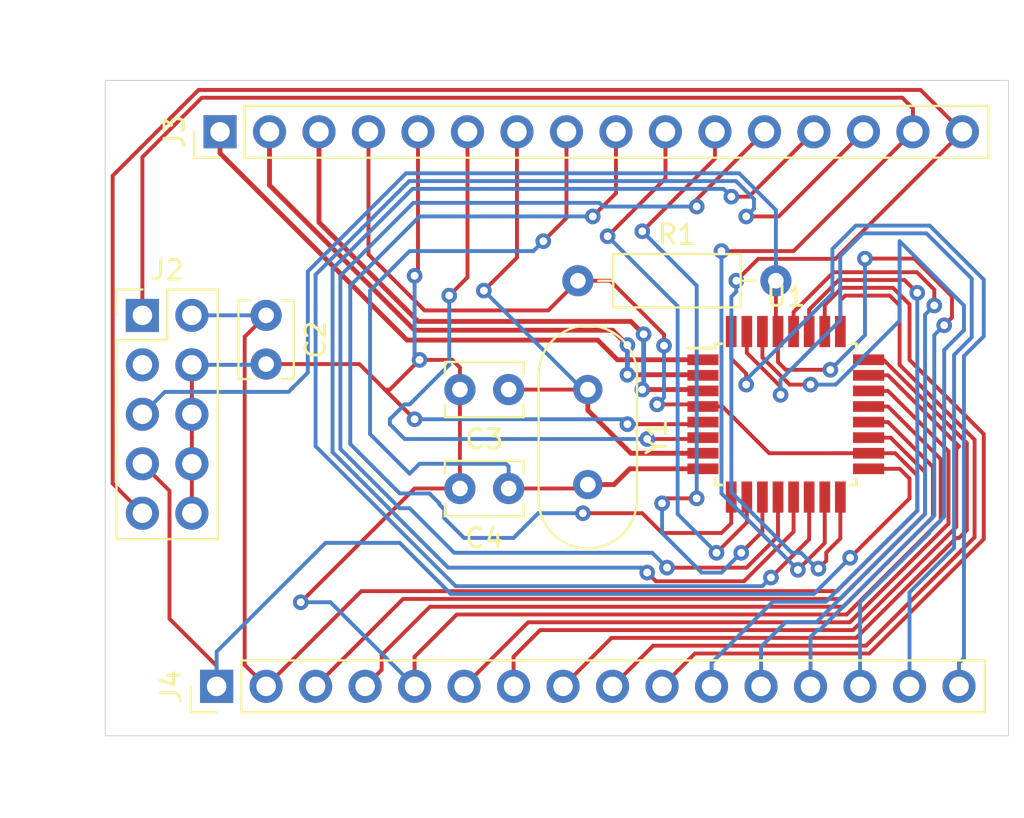
<source format=kicad_pcb>
(kicad_pcb (version 20171130) (host pcbnew 5.1.4-e60b266~84~ubuntu18.04.1)

  (general
    (thickness 1.6)
    (drawings 5)
    (tracks 438)
    (zones 0)
    (modules 9)
    (nets 32)
  )

  (page User 150.012 102.006)
  (layers
    (0 F.Cu signal)
    (31 B.Cu signal)
    (32 B.Adhes user)
    (33 F.Adhes user)
    (34 B.Paste user)
    (35 F.Paste user)
    (36 B.SilkS user)
    (37 F.SilkS user)
    (38 B.Mask user)
    (39 F.Mask user)
    (40 Dwgs.User user)
    (41 Cmts.User user)
    (42 Eco1.User user)
    (43 Eco2.User user)
    (44 Edge.Cuts user)
    (45 Margin user)
    (46 B.CrtYd user)
    (47 F.CrtYd user)
    (48 B.Fab user)
    (49 F.Fab user)
  )

  (setup
    (last_trace_width 0.2)
    (user_trace_width 0.2)
    (user_trace_width 0.4)
    (user_trace_width 0.6)
    (user_trace_width 0.8)
    (trace_clearance 0.2)
    (zone_clearance 0.508)
    (zone_45_only no)
    (trace_min 0.2)
    (via_size 0.8)
    (via_drill 0.4)
    (via_min_size 0.4)
    (via_min_drill 0.3)
    (user_via 0.6 0.55)
    (user_via 0.8 0.75)
    (uvia_size 0.3)
    (uvia_drill 0.1)
    (uvias_allowed no)
    (uvia_min_size 0.2)
    (uvia_min_drill 0.1)
    (edge_width 0.05)
    (segment_width 0.2)
    (pcb_text_width 0.3)
    (pcb_text_size 1.5 1.5)
    (mod_edge_width 0.12)
    (mod_text_size 1 1)
    (mod_text_width 0.15)
    (pad_size 1.524 1.524)
    (pad_drill 0.762)
    (pad_to_mask_clearance 0.051)
    (solder_mask_min_width 0.25)
    (aux_axis_origin 0 0)
    (visible_elements FFFFFF7F)
    (pcbplotparams
      (layerselection 0x00000_7fffffff)
      (usegerberextensions false)
      (usegerberattributes false)
      (usegerberadvancedattributes false)
      (creategerberjobfile false)
      (excludeedgelayer true)
      (linewidth 0.100000)
      (plotframeref false)
      (viasonmask false)
      (mode 1)
      (useauxorigin false)
      (hpglpennumber 1)
      (hpglpenspeed 20)
      (hpglpendiameter 15.000000)
      (psnegative false)
      (psa4output false)
      (plotreference true)
      (plotvalue true)
      (plotinvisibletext false)
      (padsonsilk false)
      (subtractmaskfromsilk false)
      (outputformat 4)
      (mirror false)
      (drillshape 2)
      (scaleselection 1)
      (outputdirectory ""))
  )

  (net 0 "")
  (net 1 VCC)
  (net 2 GND)
  (net 3 XTAL1)
  (net 4 XTAL2)
  (net 5 MOSI)
  (net 6 "Net-(J2-Pad3)")
  (net 7 RESET)
  (net 8 SCK)
  (net 9 MISO)
  (net 10 PIN1)
  (net 11 PIN2)
  (net 12 PIN3)
  (net 13 PIN6)
  (net 14 PIN9)
  (net 15 PIN10)
  (net 16 PIN11)
  (net 17 PIN12)
  (net 18 PIN13)
  (net 19 PIN14)
  (net 20 PIN32)
  (net 21 PIN31)
  (net 22 PIN30)
  (net 23 PIN28)
  (net 24 PIN27)
  (net 25 PIN26)
  (net 26 PIN25)
  (net 27 PIN24)
  (net 28 PIN23)
  (net 29 PIN22)
  (net 30 PIN20)
  (net 31 PIN19)

  (net_class Default "This is the default net class."
    (clearance 0.2)
    (trace_width 0.25)
    (via_dia 0.8)
    (via_drill 0.4)
    (uvia_dia 0.3)
    (uvia_drill 0.1)
    (add_net GND)
    (add_net MISO)
    (add_net MOSI)
    (add_net "Net-(J2-Pad3)")
    (add_net PIN1)
    (add_net PIN10)
    (add_net PIN11)
    (add_net PIN12)
    (add_net PIN13)
    (add_net PIN14)
    (add_net PIN19)
    (add_net PIN2)
    (add_net PIN20)
    (add_net PIN22)
    (add_net PIN23)
    (add_net PIN24)
    (add_net PIN25)
    (add_net PIN26)
    (add_net PIN27)
    (add_net PIN28)
    (add_net PIN3)
    (add_net PIN30)
    (add_net PIN31)
    (add_net PIN32)
    (add_net PIN6)
    (add_net PIN9)
    (add_net RESET)
    (add_net SCK)
    (add_net VCC)
    (add_net XTAL1)
    (add_net XTAL2)
  )

  (module Capacitor_THT:C_Disc_D3.8mm_W2.6mm_P2.50mm (layer F.Cu) (tedit 5AE50EF0) (tstamp 5D602EE0)
    (at 39.37 36.83 270)
    (descr "C, Disc series, Radial, pin pitch=2.50mm, , diameter*width=3.8*2.6mm^2, Capacitor, http://www.vishay.com/docs/45233/krseries.pdf")
    (tags "C Disc series Radial pin pitch 2.50mm  diameter 3.8mm width 2.6mm Capacitor")
    (path /5D58EC43)
    (fp_text reference C2 (at 1.25 -2.55 90) (layer F.SilkS)
      (effects (font (size 1 1) (thickness 0.15)))
    )
    (fp_text value 100nF (at 1.25 2.55 90) (layer F.Fab)
      (effects (font (size 1 1) (thickness 0.15)))
    )
    (fp_line (start -0.65 -1.3) (end -0.65 1.3) (layer F.Fab) (width 0.1))
    (fp_line (start -0.65 1.3) (end 3.15 1.3) (layer F.Fab) (width 0.1))
    (fp_line (start 3.15 1.3) (end 3.15 -1.3) (layer F.Fab) (width 0.1))
    (fp_line (start 3.15 -1.3) (end -0.65 -1.3) (layer F.Fab) (width 0.1))
    (fp_line (start -0.77 -1.42) (end 3.27 -1.42) (layer F.SilkS) (width 0.12))
    (fp_line (start -0.77 1.42) (end 3.27 1.42) (layer F.SilkS) (width 0.12))
    (fp_line (start -0.77 -1.42) (end -0.77 -0.795) (layer F.SilkS) (width 0.12))
    (fp_line (start -0.77 0.795) (end -0.77 1.42) (layer F.SilkS) (width 0.12))
    (fp_line (start 3.27 -1.42) (end 3.27 -0.795) (layer F.SilkS) (width 0.12))
    (fp_line (start 3.27 0.795) (end 3.27 1.42) (layer F.SilkS) (width 0.12))
    (fp_line (start -1.05 -1.55) (end -1.05 1.55) (layer F.CrtYd) (width 0.05))
    (fp_line (start -1.05 1.55) (end 3.55 1.55) (layer F.CrtYd) (width 0.05))
    (fp_line (start 3.55 1.55) (end 3.55 -1.55) (layer F.CrtYd) (width 0.05))
    (fp_line (start 3.55 -1.55) (end -1.05 -1.55) (layer F.CrtYd) (width 0.05))
    (fp_text user %R (at 1.25 0 90) (layer F.Fab)
      (effects (font (size 0.76 0.76) (thickness 0.114)))
    )
    (pad 1 thru_hole circle (at 0 0 270) (size 1.6 1.6) (drill 0.8) (layers *.Cu *.Mask)
      (net 1 VCC))
    (pad 2 thru_hole circle (at 2.5 0 270) (size 1.6 1.6) (drill 0.8) (layers *.Cu *.Mask)
      (net 2 GND))
    (model ${KISYS3DMOD}/Capacitor_THT.3dshapes/C_Disc_D3.8mm_W2.6mm_P2.50mm.wrl
      (at (xyz 0 0 0))
      (scale (xyz 1 1 1))
      (rotate (xyz 0 0 0))
    )
  )

  (module Capacitor_THT:C_Disc_D3.8mm_W2.6mm_P2.50mm (layer F.Cu) (tedit 5AE50EF0) (tstamp 5D602EF5)
    (at 51.816 40.64 180)
    (descr "C, Disc series, Radial, pin pitch=2.50mm, , diameter*width=3.8*2.6mm^2, Capacitor, http://www.vishay.com/docs/45233/krseries.pdf")
    (tags "C Disc series Radial pin pitch 2.50mm  diameter 3.8mm width 2.6mm Capacitor")
    (path /5D584701)
    (fp_text reference C3 (at 1.25 -2.55) (layer F.SilkS)
      (effects (font (size 1 1) (thickness 0.15)))
    )
    (fp_text value 22pF (at 1.25 2.55) (layer F.Fab)
      (effects (font (size 1 1) (thickness 0.15)))
    )
    (fp_line (start -0.65 -1.3) (end -0.65 1.3) (layer F.Fab) (width 0.1))
    (fp_line (start -0.65 1.3) (end 3.15 1.3) (layer F.Fab) (width 0.1))
    (fp_line (start 3.15 1.3) (end 3.15 -1.3) (layer F.Fab) (width 0.1))
    (fp_line (start 3.15 -1.3) (end -0.65 -1.3) (layer F.Fab) (width 0.1))
    (fp_line (start -0.77 -1.42) (end 3.27 -1.42) (layer F.SilkS) (width 0.12))
    (fp_line (start -0.77 1.42) (end 3.27 1.42) (layer F.SilkS) (width 0.12))
    (fp_line (start -0.77 -1.42) (end -0.77 -0.795) (layer F.SilkS) (width 0.12))
    (fp_line (start -0.77 0.795) (end -0.77 1.42) (layer F.SilkS) (width 0.12))
    (fp_line (start 3.27 -1.42) (end 3.27 -0.795) (layer F.SilkS) (width 0.12))
    (fp_line (start 3.27 0.795) (end 3.27 1.42) (layer F.SilkS) (width 0.12))
    (fp_line (start -1.05 -1.55) (end -1.05 1.55) (layer F.CrtYd) (width 0.05))
    (fp_line (start -1.05 1.55) (end 3.55 1.55) (layer F.CrtYd) (width 0.05))
    (fp_line (start 3.55 1.55) (end 3.55 -1.55) (layer F.CrtYd) (width 0.05))
    (fp_line (start 3.55 -1.55) (end -1.05 -1.55) (layer F.CrtYd) (width 0.05))
    (fp_text user %R (at 1.25 0) (layer F.Fab)
      (effects (font (size 0.76 0.76) (thickness 0.114)))
    )
    (pad 1 thru_hole circle (at 0 0 180) (size 1.6 1.6) (drill 0.8) (layers *.Cu *.Mask)
      (net 3 XTAL1))
    (pad 2 thru_hole circle (at 2.5 0 180) (size 1.6 1.6) (drill 0.8) (layers *.Cu *.Mask)
      (net 2 GND))
    (model ${KISYS3DMOD}/Capacitor_THT.3dshapes/C_Disc_D3.8mm_W2.6mm_P2.50mm.wrl
      (at (xyz 0 0 0))
      (scale (xyz 1 1 1))
      (rotate (xyz 0 0 0))
    )
  )

  (module Capacitor_THT:C_Disc_D3.8mm_W2.6mm_P2.50mm (layer F.Cu) (tedit 5AE50EF0) (tstamp 5D602F0A)
    (at 51.816 45.72 180)
    (descr "C, Disc series, Radial, pin pitch=2.50mm, , diameter*width=3.8*2.6mm^2, Capacitor, http://www.vishay.com/docs/45233/krseries.pdf")
    (tags "C Disc series Radial pin pitch 2.50mm  diameter 3.8mm width 2.6mm Capacitor")
    (path /5D5848D8)
    (fp_text reference C4 (at 1.25 -2.55) (layer F.SilkS)
      (effects (font (size 1 1) (thickness 0.15)))
    )
    (fp_text value 22pF (at 1.25 2.55) (layer F.Fab)
      (effects (font (size 1 1) (thickness 0.15)))
    )
    (fp_text user %R (at 1.25 0) (layer F.Fab)
      (effects (font (size 0.76 0.76) (thickness 0.114)))
    )
    (fp_line (start 3.55 -1.55) (end -1.05 -1.55) (layer F.CrtYd) (width 0.05))
    (fp_line (start 3.55 1.55) (end 3.55 -1.55) (layer F.CrtYd) (width 0.05))
    (fp_line (start -1.05 1.55) (end 3.55 1.55) (layer F.CrtYd) (width 0.05))
    (fp_line (start -1.05 -1.55) (end -1.05 1.55) (layer F.CrtYd) (width 0.05))
    (fp_line (start 3.27 0.795) (end 3.27 1.42) (layer F.SilkS) (width 0.12))
    (fp_line (start 3.27 -1.42) (end 3.27 -0.795) (layer F.SilkS) (width 0.12))
    (fp_line (start -0.77 0.795) (end -0.77 1.42) (layer F.SilkS) (width 0.12))
    (fp_line (start -0.77 -1.42) (end -0.77 -0.795) (layer F.SilkS) (width 0.12))
    (fp_line (start -0.77 1.42) (end 3.27 1.42) (layer F.SilkS) (width 0.12))
    (fp_line (start -0.77 -1.42) (end 3.27 -1.42) (layer F.SilkS) (width 0.12))
    (fp_line (start 3.15 -1.3) (end -0.65 -1.3) (layer F.Fab) (width 0.1))
    (fp_line (start 3.15 1.3) (end 3.15 -1.3) (layer F.Fab) (width 0.1))
    (fp_line (start -0.65 1.3) (end 3.15 1.3) (layer F.Fab) (width 0.1))
    (fp_line (start -0.65 -1.3) (end -0.65 1.3) (layer F.Fab) (width 0.1))
    (pad 2 thru_hole circle (at 2.5 0 180) (size 1.6 1.6) (drill 0.8) (layers *.Cu *.Mask)
      (net 2 GND))
    (pad 1 thru_hole circle (at 0 0 180) (size 1.6 1.6) (drill 0.8) (layers *.Cu *.Mask)
      (net 4 XTAL2))
    (model ${KISYS3DMOD}/Capacitor_THT.3dshapes/C_Disc_D3.8mm_W2.6mm_P2.50mm.wrl
      (at (xyz 0 0 0))
      (scale (xyz 1 1 1))
      (rotate (xyz 0 0 0))
    )
  )

  (module Connector_PinHeader_2.54mm:PinHeader_2x05_P2.54mm_Vertical (layer F.Cu) (tedit 59FED5CC) (tstamp 5D602F40)
    (at 33.02 36.83)
    (descr "Through hole straight pin header, 2x05, 2.54mm pitch, double rows")
    (tags "Through hole pin header THT 2x05 2.54mm double row")
    (path /5D5B070D)
    (fp_text reference J2 (at 1.27 -2.33) (layer F.SilkS)
      (effects (font (size 1 1) (thickness 0.15)))
    )
    (fp_text value Conn_02x05_Odd_Even (at 1.27 12.49) (layer F.Fab)
      (effects (font (size 1 1) (thickness 0.15)))
    )
    (fp_line (start 0 -1.27) (end 3.81 -1.27) (layer F.Fab) (width 0.1))
    (fp_line (start 3.81 -1.27) (end 3.81 11.43) (layer F.Fab) (width 0.1))
    (fp_line (start 3.81 11.43) (end -1.27 11.43) (layer F.Fab) (width 0.1))
    (fp_line (start -1.27 11.43) (end -1.27 0) (layer F.Fab) (width 0.1))
    (fp_line (start -1.27 0) (end 0 -1.27) (layer F.Fab) (width 0.1))
    (fp_line (start -1.33 11.49) (end 3.87 11.49) (layer F.SilkS) (width 0.12))
    (fp_line (start -1.33 1.27) (end -1.33 11.49) (layer F.SilkS) (width 0.12))
    (fp_line (start 3.87 -1.33) (end 3.87 11.49) (layer F.SilkS) (width 0.12))
    (fp_line (start -1.33 1.27) (end 1.27 1.27) (layer F.SilkS) (width 0.12))
    (fp_line (start 1.27 1.27) (end 1.27 -1.33) (layer F.SilkS) (width 0.12))
    (fp_line (start 1.27 -1.33) (end 3.87 -1.33) (layer F.SilkS) (width 0.12))
    (fp_line (start -1.33 0) (end -1.33 -1.33) (layer F.SilkS) (width 0.12))
    (fp_line (start -1.33 -1.33) (end 0 -1.33) (layer F.SilkS) (width 0.12))
    (fp_line (start -1.8 -1.8) (end -1.8 11.95) (layer F.CrtYd) (width 0.05))
    (fp_line (start -1.8 11.95) (end 4.35 11.95) (layer F.CrtYd) (width 0.05))
    (fp_line (start 4.35 11.95) (end 4.35 -1.8) (layer F.CrtYd) (width 0.05))
    (fp_line (start 4.35 -1.8) (end -1.8 -1.8) (layer F.CrtYd) (width 0.05))
    (fp_text user %R (at 1.27 5.08 90) (layer F.Fab)
      (effects (font (size 1 1) (thickness 0.15)))
    )
    (pad 1 thru_hole rect (at 0 0) (size 1.7 1.7) (drill 1) (layers *.Cu *.Mask)
      (net 5 MOSI))
    (pad 2 thru_hole oval (at 2.54 0) (size 1.7 1.7) (drill 1) (layers *.Cu *.Mask)
      (net 1 VCC))
    (pad 3 thru_hole oval (at 0 2.54) (size 1.7 1.7) (drill 1) (layers *.Cu *.Mask)
      (net 6 "Net-(J2-Pad3)"))
    (pad 4 thru_hole oval (at 2.54 2.54) (size 1.7 1.7) (drill 1) (layers *.Cu *.Mask)
      (net 2 GND))
    (pad 5 thru_hole oval (at 0 5.08) (size 1.7 1.7) (drill 1) (layers *.Cu *.Mask)
      (net 7 RESET))
    (pad 6 thru_hole oval (at 2.54 5.08) (size 1.7 1.7) (drill 1) (layers *.Cu *.Mask)
      (net 2 GND))
    (pad 7 thru_hole oval (at 0 7.62) (size 1.7 1.7) (drill 1) (layers *.Cu *.Mask)
      (net 8 SCK))
    (pad 8 thru_hole oval (at 2.54 7.62) (size 1.7 1.7) (drill 1) (layers *.Cu *.Mask)
      (net 2 GND))
    (pad 9 thru_hole oval (at 0 10.16) (size 1.7 1.7) (drill 1) (layers *.Cu *.Mask)
      (net 9 MISO))
    (pad 10 thru_hole oval (at 2.54 10.16) (size 1.7 1.7) (drill 1) (layers *.Cu *.Mask)
      (net 2 GND))
    (model ${KISYS3DMOD}/Connector_PinHeader_2.54mm.3dshapes/PinHeader_2x05_P2.54mm_Vertical.wrl
      (at (xyz 0 0 0))
      (scale (xyz 1 1 1))
      (rotate (xyz 0 0 0))
    )
  )

  (module Connector_PinHeader_2.54mm:PinHeader_1x16_P2.54mm_Vertical (layer F.Cu) (tedit 59FED5CC) (tstamp 5D6032FC)
    (at 37.004001 27.402801 90)
    (descr "Through hole straight pin header, 1x16, 2.54mm pitch, single row")
    (tags "Through hole pin header THT 1x16 2.54mm single row")
    (path /5D60066D)
    (fp_text reference J3 (at 0 -2.33 90) (layer F.SilkS)
      (effects (font (size 1 1) (thickness 0.15)))
    )
    (fp_text value Conn_01x16_Male (at 0 40.43 90) (layer F.Fab)
      (effects (font (size 1 1) (thickness 0.15)))
    )
    (fp_line (start -0.635 -1.27) (end 1.27 -1.27) (layer F.Fab) (width 0.1))
    (fp_line (start 1.27 -1.27) (end 1.27 39.37) (layer F.Fab) (width 0.1))
    (fp_line (start 1.27 39.37) (end -1.27 39.37) (layer F.Fab) (width 0.1))
    (fp_line (start -1.27 39.37) (end -1.27 -0.635) (layer F.Fab) (width 0.1))
    (fp_line (start -1.27 -0.635) (end -0.635 -1.27) (layer F.Fab) (width 0.1))
    (fp_line (start -1.33 39.43) (end 1.33 39.43) (layer F.SilkS) (width 0.12))
    (fp_line (start -1.33 1.27) (end -1.33 39.43) (layer F.SilkS) (width 0.12))
    (fp_line (start 1.33 1.27) (end 1.33 39.43) (layer F.SilkS) (width 0.12))
    (fp_line (start -1.33 1.27) (end 1.33 1.27) (layer F.SilkS) (width 0.12))
    (fp_line (start -1.33 0) (end -1.33 -1.33) (layer F.SilkS) (width 0.12))
    (fp_line (start -1.33 -1.33) (end 0 -1.33) (layer F.SilkS) (width 0.12))
    (fp_line (start -1.8 -1.8) (end -1.8 39.9) (layer F.CrtYd) (width 0.05))
    (fp_line (start -1.8 39.9) (end 1.8 39.9) (layer F.CrtYd) (width 0.05))
    (fp_line (start 1.8 39.9) (end 1.8 -1.8) (layer F.CrtYd) (width 0.05))
    (fp_line (start 1.8 -1.8) (end -1.8 -1.8) (layer F.CrtYd) (width 0.05))
    (fp_text user %R (at 0 19.05) (layer F.Fab)
      (effects (font (size 1 1) (thickness 0.15)))
    )
    (pad 1 thru_hole rect (at 0 0 90) (size 1.7 1.7) (drill 1) (layers *.Cu *.Mask)
      (net 10 PIN1))
    (pad 2 thru_hole oval (at 0 2.54 90) (size 1.7 1.7) (drill 1) (layers *.Cu *.Mask)
      (net 11 PIN2))
    (pad 3 thru_hole oval (at 0 5.08 90) (size 1.7 1.7) (drill 1) (layers *.Cu *.Mask)
      (net 12 PIN3))
    (pad 4 thru_hole oval (at 0 7.62 90) (size 1.7 1.7) (drill 1) (layers *.Cu *.Mask)
      (net 1 VCC))
    (pad 5 thru_hole oval (at 0 10.16 90) (size 1.7 1.7) (drill 1) (layers *.Cu *.Mask)
      (net 2 GND))
    (pad 6 thru_hole oval (at 0 12.7 90) (size 1.7 1.7) (drill 1) (layers *.Cu *.Mask)
      (net 13 PIN6))
    (pad 7 thru_hole oval (at 0 15.24 90) (size 1.7 1.7) (drill 1) (layers *.Cu *.Mask)
      (net 3 XTAL1))
    (pad 8 thru_hole oval (at 0 17.78 90) (size 1.7 1.7) (drill 1) (layers *.Cu *.Mask)
      (net 4 XTAL2))
    (pad 9 thru_hole oval (at 0 20.32 90) (size 1.7 1.7) (drill 1) (layers *.Cu *.Mask)
      (net 14 PIN9))
    (pad 10 thru_hole oval (at 0 22.86 90) (size 1.7 1.7) (drill 1) (layers *.Cu *.Mask)
      (net 15 PIN10))
    (pad 11 thru_hole oval (at 0 25.4 90) (size 1.7 1.7) (drill 1) (layers *.Cu *.Mask)
      (net 16 PIN11))
    (pad 12 thru_hole oval (at 0 27.94 90) (size 1.7 1.7) (drill 1) (layers *.Cu *.Mask)
      (net 17 PIN12))
    (pad 13 thru_hole oval (at 0 30.48 90) (size 1.7 1.7) (drill 1) (layers *.Cu *.Mask)
      (net 18 PIN13))
    (pad 14 thru_hole oval (at 0 33.02 90) (size 1.7 1.7) (drill 1) (layers *.Cu *.Mask)
      (net 19 PIN14))
    (pad 15 thru_hole oval (at 0 35.56 90) (size 1.7 1.7) (drill 1) (layers *.Cu *.Mask)
      (net 5 MOSI))
    (pad 16 thru_hole oval (at 0 38.1 90) (size 1.7 1.7) (drill 1) (layers *.Cu *.Mask)
      (net 9 MISO))
    (model ${KISYS3DMOD}/Connector_PinHeader_2.54mm.3dshapes/PinHeader_1x16_P2.54mm_Vertical.wrl
      (at (xyz 0 0 0))
      (scale (xyz 1 1 1))
      (rotate (xyz 0 0 0))
    )
  )

  (module Connector_PinHeader_2.54mm:PinHeader_1x16_P2.54mm_Vertical (layer F.Cu) (tedit 59FED5CC) (tstamp 5D602F88)
    (at 36.83 55.88 90)
    (descr "Through hole straight pin header, 1x16, 2.54mm pitch, single row")
    (tags "Through hole pin header THT 1x16 2.54mm single row")
    (path /5D604C09)
    (fp_text reference J4 (at 0 -2.33 90) (layer F.SilkS)
      (effects (font (size 1 1) (thickness 0.15)))
    )
    (fp_text value Conn_01x16_Male (at 0 40.43 90) (layer F.Fab)
      (effects (font (size 1 1) (thickness 0.15)))
    )
    (fp_text user %R (at 0 19.05) (layer F.Fab)
      (effects (font (size 1 1) (thickness 0.15)))
    )
    (fp_line (start 1.8 -1.8) (end -1.8 -1.8) (layer F.CrtYd) (width 0.05))
    (fp_line (start 1.8 39.9) (end 1.8 -1.8) (layer F.CrtYd) (width 0.05))
    (fp_line (start -1.8 39.9) (end 1.8 39.9) (layer F.CrtYd) (width 0.05))
    (fp_line (start -1.8 -1.8) (end -1.8 39.9) (layer F.CrtYd) (width 0.05))
    (fp_line (start -1.33 -1.33) (end 0 -1.33) (layer F.SilkS) (width 0.12))
    (fp_line (start -1.33 0) (end -1.33 -1.33) (layer F.SilkS) (width 0.12))
    (fp_line (start -1.33 1.27) (end 1.33 1.27) (layer F.SilkS) (width 0.12))
    (fp_line (start 1.33 1.27) (end 1.33 39.43) (layer F.SilkS) (width 0.12))
    (fp_line (start -1.33 1.27) (end -1.33 39.43) (layer F.SilkS) (width 0.12))
    (fp_line (start -1.33 39.43) (end 1.33 39.43) (layer F.SilkS) (width 0.12))
    (fp_line (start -1.27 -0.635) (end -0.635 -1.27) (layer F.Fab) (width 0.1))
    (fp_line (start -1.27 39.37) (end -1.27 -0.635) (layer F.Fab) (width 0.1))
    (fp_line (start 1.27 39.37) (end -1.27 39.37) (layer F.Fab) (width 0.1))
    (fp_line (start 1.27 -1.27) (end 1.27 39.37) (layer F.Fab) (width 0.1))
    (fp_line (start -0.635 -1.27) (end 1.27 -1.27) (layer F.Fab) (width 0.1))
    (pad 16 thru_hole oval (at 0 38.1 90) (size 1.7 1.7) (drill 1) (layers *.Cu *.Mask)
      (net 20 PIN32))
    (pad 15 thru_hole oval (at 0 35.56 90) (size 1.7 1.7) (drill 1) (layers *.Cu *.Mask)
      (net 21 PIN31))
    (pad 14 thru_hole oval (at 0 33.02 90) (size 1.7 1.7) (drill 1) (layers *.Cu *.Mask)
      (net 22 PIN30))
    (pad 13 thru_hole oval (at 0 30.48 90) (size 1.7 1.7) (drill 1) (layers *.Cu *.Mask)
      (net 7 RESET))
    (pad 12 thru_hole oval (at 0 27.94 90) (size 1.7 1.7) (drill 1) (layers *.Cu *.Mask)
      (net 23 PIN28))
    (pad 11 thru_hole oval (at 0 25.4 90) (size 1.7 1.7) (drill 1) (layers *.Cu *.Mask)
      (net 24 PIN27))
    (pad 10 thru_hole oval (at 0 22.86 90) (size 1.7 1.7) (drill 1) (layers *.Cu *.Mask)
      (net 25 PIN26))
    (pad 9 thru_hole oval (at 0 20.32 90) (size 1.7 1.7) (drill 1) (layers *.Cu *.Mask)
      (net 26 PIN25))
    (pad 8 thru_hole oval (at 0 17.78 90) (size 1.7 1.7) (drill 1) (layers *.Cu *.Mask)
      (net 27 PIN24))
    (pad 7 thru_hole oval (at 0 15.24 90) (size 1.7 1.7) (drill 1) (layers *.Cu *.Mask)
      (net 28 PIN23))
    (pad 6 thru_hole oval (at 0 12.7 90) (size 1.7 1.7) (drill 1) (layers *.Cu *.Mask)
      (net 29 PIN22))
    (pad 5 thru_hole oval (at 0 10.16 90) (size 1.7 1.7) (drill 1) (layers *.Cu *.Mask)
      (net 2 GND))
    (pad 4 thru_hole oval (at 0 7.62 90) (size 1.7 1.7) (drill 1) (layers *.Cu *.Mask)
      (net 30 PIN20))
    (pad 3 thru_hole oval (at 0 5.08 90) (size 1.7 1.7) (drill 1) (layers *.Cu *.Mask)
      (net 31 PIN19))
    (pad 2 thru_hole oval (at 0 2.54 90) (size 1.7 1.7) (drill 1) (layers *.Cu *.Mask)
      (net 1 VCC))
    (pad 1 thru_hole rect (at 0 0 90) (size 1.7 1.7) (drill 1) (layers *.Cu *.Mask)
      (net 8 SCK))
    (model ${KISYS3DMOD}/Connector_PinHeader_2.54mm.3dshapes/PinHeader_1x16_P2.54mm_Vertical.wrl
      (at (xyz 0 0 0))
      (scale (xyz 1 1 1))
      (rotate (xyz 0 0 0))
    )
  )

  (module Resistor_THT:R_Axial_DIN0207_L6.3mm_D2.5mm_P10.16mm_Horizontal (layer F.Cu) (tedit 5AE5139B) (tstamp 5D602F9F)
    (at 55.372 35.052)
    (descr "Resistor, Axial_DIN0207 series, Axial, Horizontal, pin pitch=10.16mm, 0.25W = 1/4W, length*diameter=6.3*2.5mm^2, http://cdn-reichelt.de/documents/datenblatt/B400/1_4W%23YAG.pdf")
    (tags "Resistor Axial_DIN0207 series Axial Horizontal pin pitch 10.16mm 0.25W = 1/4W length 6.3mm diameter 2.5mm")
    (path /5D588FD5)
    (fp_text reference R1 (at 5.08 -2.37) (layer F.SilkS)
      (effects (font (size 1 1) (thickness 0.15)))
    )
    (fp_text value 10K (at 5.08 2.37) (layer F.Fab)
      (effects (font (size 1 1) (thickness 0.15)))
    )
    (fp_line (start 1.93 -1.25) (end 1.93 1.25) (layer F.Fab) (width 0.1))
    (fp_line (start 1.93 1.25) (end 8.23 1.25) (layer F.Fab) (width 0.1))
    (fp_line (start 8.23 1.25) (end 8.23 -1.25) (layer F.Fab) (width 0.1))
    (fp_line (start 8.23 -1.25) (end 1.93 -1.25) (layer F.Fab) (width 0.1))
    (fp_line (start 0 0) (end 1.93 0) (layer F.Fab) (width 0.1))
    (fp_line (start 10.16 0) (end 8.23 0) (layer F.Fab) (width 0.1))
    (fp_line (start 1.81 -1.37) (end 1.81 1.37) (layer F.SilkS) (width 0.12))
    (fp_line (start 1.81 1.37) (end 8.35 1.37) (layer F.SilkS) (width 0.12))
    (fp_line (start 8.35 1.37) (end 8.35 -1.37) (layer F.SilkS) (width 0.12))
    (fp_line (start 8.35 -1.37) (end 1.81 -1.37) (layer F.SilkS) (width 0.12))
    (fp_line (start 1.04 0) (end 1.81 0) (layer F.SilkS) (width 0.12))
    (fp_line (start 9.12 0) (end 8.35 0) (layer F.SilkS) (width 0.12))
    (fp_line (start -1.05 -1.5) (end -1.05 1.5) (layer F.CrtYd) (width 0.05))
    (fp_line (start -1.05 1.5) (end 11.21 1.5) (layer F.CrtYd) (width 0.05))
    (fp_line (start 11.21 1.5) (end 11.21 -1.5) (layer F.CrtYd) (width 0.05))
    (fp_line (start 11.21 -1.5) (end -1.05 -1.5) (layer F.CrtYd) (width 0.05))
    (fp_text user %R (at 5.08 0) (layer F.Fab)
      (effects (font (size 1 1) (thickness 0.15)))
    )
    (pad 1 thru_hole circle (at 0 0) (size 1.6 1.6) (drill 0.8) (layers *.Cu *.Mask)
      (net 1 VCC))
    (pad 2 thru_hole oval (at 10.16 0) (size 1.6 1.6) (drill 0.8) (layers *.Cu *.Mask)
      (net 7 RESET))
    (model ${KISYS3DMOD}/Resistor_THT.3dshapes/R_Axial_DIN0207_L6.3mm_D2.5mm_P10.16mm_Horizontal.wrl
      (at (xyz 0 0 0))
      (scale (xyz 1 1 1))
      (rotate (xyz 0 0 0))
    )
  )

  (module Package_QFP:TQFP-32_7x7mm_P0.8mm (layer F.Cu) (tedit 5A02F146) (tstamp 5D602FD6)
    (at 66.04 41.91)
    (descr "32-Lead Plastic Thin Quad Flatpack (PT) - 7x7x1.0 mm Body, 2.00 mm [TQFP] (see Microchip Packaging Specification 00000049BS.pdf)")
    (tags "QFP 0.8")
    (path /5D579FFC)
    (attr smd)
    (fp_text reference U1 (at 0 -6.05) (layer F.SilkS)
      (effects (font (size 1 1) (thickness 0.15)))
    )
    (fp_text value ATmega328PB-AU (at 0 6.05) (layer F.Fab)
      (effects (font (size 1 1) (thickness 0.15)))
    )
    (fp_text user %R (at 0 0) (layer F.Fab)
      (effects (font (size 1 1) (thickness 0.15)))
    )
    (fp_line (start -2.5 -3.5) (end 3.5 -3.5) (layer F.Fab) (width 0.15))
    (fp_line (start 3.5 -3.5) (end 3.5 3.5) (layer F.Fab) (width 0.15))
    (fp_line (start 3.5 3.5) (end -3.5 3.5) (layer F.Fab) (width 0.15))
    (fp_line (start -3.5 3.5) (end -3.5 -2.5) (layer F.Fab) (width 0.15))
    (fp_line (start -3.5 -2.5) (end -2.5 -3.5) (layer F.Fab) (width 0.15))
    (fp_line (start -5.3 -5.3) (end -5.3 5.3) (layer F.CrtYd) (width 0.05))
    (fp_line (start 5.3 -5.3) (end 5.3 5.3) (layer F.CrtYd) (width 0.05))
    (fp_line (start -5.3 -5.3) (end 5.3 -5.3) (layer F.CrtYd) (width 0.05))
    (fp_line (start -5.3 5.3) (end 5.3 5.3) (layer F.CrtYd) (width 0.05))
    (fp_line (start -3.625 -3.625) (end -3.625 -3.4) (layer F.SilkS) (width 0.15))
    (fp_line (start 3.625 -3.625) (end 3.625 -3.3) (layer F.SilkS) (width 0.15))
    (fp_line (start 3.625 3.625) (end 3.625 3.3) (layer F.SilkS) (width 0.15))
    (fp_line (start -3.625 3.625) (end -3.625 3.3) (layer F.SilkS) (width 0.15))
    (fp_line (start -3.625 -3.625) (end -3.3 -3.625) (layer F.SilkS) (width 0.15))
    (fp_line (start -3.625 3.625) (end -3.3 3.625) (layer F.SilkS) (width 0.15))
    (fp_line (start 3.625 3.625) (end 3.3 3.625) (layer F.SilkS) (width 0.15))
    (fp_line (start 3.625 -3.625) (end 3.3 -3.625) (layer F.SilkS) (width 0.15))
    (fp_line (start -3.625 -3.4) (end -5.05 -3.4) (layer F.SilkS) (width 0.15))
    (pad 1 smd rect (at -4.25 -2.8) (size 1.6 0.55) (layers F.Cu F.Paste F.Mask)
      (net 10 PIN1))
    (pad 2 smd rect (at -4.25 -2) (size 1.6 0.55) (layers F.Cu F.Paste F.Mask)
      (net 11 PIN2))
    (pad 3 smd rect (at -4.25 -1.2) (size 1.6 0.55) (layers F.Cu F.Paste F.Mask)
      (net 12 PIN3))
    (pad 4 smd rect (at -4.25 -0.4) (size 1.6 0.55) (layers F.Cu F.Paste F.Mask)
      (net 1 VCC))
    (pad 5 smd rect (at -4.25 0.4) (size 1.6 0.55) (layers F.Cu F.Paste F.Mask)
      (net 2 GND))
    (pad 6 smd rect (at -4.25 1.2) (size 1.6 0.55) (layers F.Cu F.Paste F.Mask)
      (net 13 PIN6))
    (pad 7 smd rect (at -4.25 2) (size 1.6 0.55) (layers F.Cu F.Paste F.Mask)
      (net 3 XTAL1))
    (pad 8 smd rect (at -4.25 2.8) (size 1.6 0.55) (layers F.Cu F.Paste F.Mask)
      (net 4 XTAL2))
    (pad 9 smd rect (at -2.8 4.25 90) (size 1.6 0.55) (layers F.Cu F.Paste F.Mask)
      (net 14 PIN9))
    (pad 10 smd rect (at -2 4.25 90) (size 1.6 0.55) (layers F.Cu F.Paste F.Mask)
      (net 15 PIN10))
    (pad 11 smd rect (at -1.2 4.25 90) (size 1.6 0.55) (layers F.Cu F.Paste F.Mask)
      (net 16 PIN11))
    (pad 12 smd rect (at -0.4 4.25 90) (size 1.6 0.55) (layers F.Cu F.Paste F.Mask)
      (net 17 PIN12))
    (pad 13 smd rect (at 0.4 4.25 90) (size 1.6 0.55) (layers F.Cu F.Paste F.Mask)
      (net 18 PIN13))
    (pad 14 smd rect (at 1.2 4.25 90) (size 1.6 0.55) (layers F.Cu F.Paste F.Mask)
      (net 19 PIN14))
    (pad 15 smd rect (at 2 4.25 90) (size 1.6 0.55) (layers F.Cu F.Paste F.Mask)
      (net 5 MOSI))
    (pad 16 smd rect (at 2.8 4.25 90) (size 1.6 0.55) (layers F.Cu F.Paste F.Mask)
      (net 9 MISO))
    (pad 17 smd rect (at 4.25 2.8) (size 1.6 0.55) (layers F.Cu F.Paste F.Mask)
      (net 8 SCK))
    (pad 18 smd rect (at 4.25 2) (size 1.6 0.55) (layers F.Cu F.Paste F.Mask)
      (net 1 VCC))
    (pad 19 smd rect (at 4.25 1.2) (size 1.6 0.55) (layers F.Cu F.Paste F.Mask)
      (net 31 PIN19))
    (pad 20 smd rect (at 4.25 0.4) (size 1.6 0.55) (layers F.Cu F.Paste F.Mask)
      (net 30 PIN20))
    (pad 21 smd rect (at 4.25 -0.4) (size 1.6 0.55) (layers F.Cu F.Paste F.Mask)
      (net 2 GND))
    (pad 22 smd rect (at 4.25 -1.2) (size 1.6 0.55) (layers F.Cu F.Paste F.Mask)
      (net 29 PIN22))
    (pad 23 smd rect (at 4.25 -2) (size 1.6 0.55) (layers F.Cu F.Paste F.Mask)
      (net 28 PIN23))
    (pad 24 smd rect (at 4.25 -2.8) (size 1.6 0.55) (layers F.Cu F.Paste F.Mask)
      (net 27 PIN24))
    (pad 25 smd rect (at 2.8 -4.25 90) (size 1.6 0.55) (layers F.Cu F.Paste F.Mask)
      (net 26 PIN25))
    (pad 26 smd rect (at 2 -4.25 90) (size 1.6 0.55) (layers F.Cu F.Paste F.Mask)
      (net 25 PIN26))
    (pad 27 smd rect (at 1.2 -4.25 90) (size 1.6 0.55) (layers F.Cu F.Paste F.Mask)
      (net 24 PIN27))
    (pad 28 smd rect (at 0.4 -4.25 90) (size 1.6 0.55) (layers F.Cu F.Paste F.Mask)
      (net 23 PIN28))
    (pad 29 smd rect (at -0.4 -4.25 90) (size 1.6 0.55) (layers F.Cu F.Paste F.Mask)
      (net 7 RESET))
    (pad 30 smd rect (at -1.2 -4.25 90) (size 1.6 0.55) (layers F.Cu F.Paste F.Mask)
      (net 22 PIN30))
    (pad 31 smd rect (at -2 -4.25 90) (size 1.6 0.55) (layers F.Cu F.Paste F.Mask)
      (net 21 PIN31))
    (pad 32 smd rect (at -2.8 -4.25 90) (size 1.6 0.55) (layers F.Cu F.Paste F.Mask)
      (net 20 PIN32))
    (model ${KISYS3DMOD}/Package_QFP.3dshapes/TQFP-32_7x7mm_P0.8mm.wrl
      (at (xyz 0 0 0))
      (scale (xyz 1 1 1))
      (rotate (xyz 0 0 0))
    )
  )

  (module Crystal:Crystal_HC49-4H_Vertical (layer F.Cu) (tedit 5A1AD3B7) (tstamp 5D602FED)
    (at 55.88 40.64 270)
    (descr "Crystal THT HC-49-4H http://5hertz.com/pdfs/04404_D.pdf")
    (tags "THT crystalHC-49-4H")
    (path /5D5836B2)
    (fp_text reference Y1 (at 2.44 -3.525 90) (layer F.SilkS)
      (effects (font (size 1 1) (thickness 0.15)))
    )
    (fp_text value 16MHz (at 2.44 3.525 90) (layer F.Fab)
      (effects (font (size 1 1) (thickness 0.15)))
    )
    (fp_text user %R (at 2.44 0 90) (layer F.Fab)
      (effects (font (size 1 1) (thickness 0.15)))
    )
    (fp_line (start -0.76 -2.325) (end 5.64 -2.325) (layer F.Fab) (width 0.1))
    (fp_line (start -0.76 2.325) (end 5.64 2.325) (layer F.Fab) (width 0.1))
    (fp_line (start -0.56 -2) (end 5.44 -2) (layer F.Fab) (width 0.1))
    (fp_line (start -0.56 2) (end 5.44 2) (layer F.Fab) (width 0.1))
    (fp_line (start -0.76 -2.525) (end 5.64 -2.525) (layer F.SilkS) (width 0.12))
    (fp_line (start -0.76 2.525) (end 5.64 2.525) (layer F.SilkS) (width 0.12))
    (fp_line (start -3.6 -2.8) (end -3.6 2.8) (layer F.CrtYd) (width 0.05))
    (fp_line (start -3.6 2.8) (end 8.5 2.8) (layer F.CrtYd) (width 0.05))
    (fp_line (start 8.5 2.8) (end 8.5 -2.8) (layer F.CrtYd) (width 0.05))
    (fp_line (start 8.5 -2.8) (end -3.6 -2.8) (layer F.CrtYd) (width 0.05))
    (fp_arc (start -0.76 0) (end -0.76 -2.325) (angle -180) (layer F.Fab) (width 0.1))
    (fp_arc (start 5.64 0) (end 5.64 -2.325) (angle 180) (layer F.Fab) (width 0.1))
    (fp_arc (start -0.56 0) (end -0.56 -2) (angle -180) (layer F.Fab) (width 0.1))
    (fp_arc (start 5.44 0) (end 5.44 -2) (angle 180) (layer F.Fab) (width 0.1))
    (fp_arc (start -0.76 0) (end -0.76 -2.525) (angle -180) (layer F.SilkS) (width 0.12))
    (fp_arc (start 5.64 0) (end 5.64 -2.525) (angle 180) (layer F.SilkS) (width 0.12))
    (pad 1 thru_hole circle (at 0 0 270) (size 1.5 1.5) (drill 0.8) (layers *.Cu *.Mask)
      (net 3 XTAL1))
    (pad 2 thru_hole circle (at 4.88 0 270) (size 1.5 1.5) (drill 0.8) (layers *.Cu *.Mask)
      (net 4 XTAL2))
    (model ${KISYS3DMOD}/Crystal.3dshapes/Crystal_HC49-4H_Vertical.wrl
      (at (xyz 0 0 0))
      (scale (xyz 1 1 1))
      (rotate (xyz 0 0 0))
    )
  )

  (gr_line (start 31.115 58.42) (end 77.47 58.42) (layer Edge.Cuts) (width 0.05) (tstamp 5D60422F))
  (gr_line (start 31.115 52.705) (end 31.115 58.42) (layer Edge.Cuts) (width 0.05))
  (gr_line (start 31.115 24.765) (end 31.115 52.705) (layer Edge.Cuts) (width 0.05))
  (gr_line (start 77.47 24.765) (end 31.115 24.765) (layer Edge.Cuts) (width 0.05))
  (gr_line (start 77.47 58.42) (end 77.47 24.765) (layer Edge.Cuts) (width 0.05))

  (segment (start 44.624001 27.402801) (end 44.624001 33.702001) (width 0.2) (layer F.Cu) (net 1))
  (segment (start 44.624001 33.702001) (end 47.498 36.576) (width 0.2) (layer F.Cu) (net 1))
  (segment (start 53.848 36.576) (end 55.372 35.052) (width 0.2) (layer F.Cu) (net 1))
  (segment (start 47.498 36.576) (end 53.848 36.576) (width 0.2) (layer F.Cu) (net 1))
  (segment (start 59.789963 37.809209) (end 59.789963 38.385) (width 0.2) (layer F.Cu) (net 1))
  (via (at 59.789963 38.385) (size 0.8) (drill 0.4) (layers F.Cu B.Cu) (net 1))
  (segment (start 55.372 35.052) (end 57.032754 35.052) (width 0.2) (layer F.Cu) (net 1))
  (segment (start 57.032754 35.052) (end 59.789963 37.809209) (width 0.2) (layer F.Cu) (net 1))
  (via (at 59.436 41.402) (size 0.8) (drill 0.4) (layers F.Cu B.Cu) (net 1))
  (segment (start 59.789963 38.385) (end 59.789963 41.048037) (width 0.2) (layer B.Cu) (net 1))
  (segment (start 59.789963 41.048037) (end 59.436 41.402) (width 0.2) (layer B.Cu) (net 1))
  (segment (start 61.682 41.402) (end 61.79 41.51) (width 0.2) (layer F.Cu) (net 1))
  (segment (start 59.436 41.402) (end 61.682 41.402) (width 0.2) (layer F.Cu) (net 1))
  (segment (start 44.257999 50.992001) (end 39.37 55.88) (width 0.2) (layer F.Cu) (net 1))
  (segment (start 68.662001 50.992001) (end 44.257999 50.992001) (width 0.2) (layer F.Cu) (net 1))
  (segment (start 72.79001 46.863992) (end 68.662001 50.992001) (width 0.2) (layer F.Cu) (net 1))
  (segment (start 72.79001 45.046311) (end 72.79001 46.863992) (width 0.2) (layer F.Cu) (net 1))
  (segment (start 70.29 43.91) (end 71.653698 43.91) (width 0.2) (layer F.Cu) (net 1))
  (segment (start 71.653698 43.91) (end 72.79001 45.046311) (width 0.2) (layer F.Cu) (net 1))
  (segment (start 35.56 36.83) (end 39.37 36.83) (width 0.2) (layer B.Cu) (net 1))
  (segment (start 38.520001 55.030001) (end 39.37 55.88) (width 0.2) (layer F.Cu) (net 1))
  (segment (start 38.269999 54.779999) (end 38.520001 55.030001) (width 0.2) (layer F.Cu) (net 1))
  (segment (start 38.269999 37.930001) (end 38.269999 54.779999) (width 0.2) (layer F.Cu) (net 1))
  (segment (start 39.37 36.83) (end 38.269999 37.930001) (width 0.2) (layer F.Cu) (net 1))
  (segment (start 68.40814 43.91) (end 69.29 43.91) (width 0.2) (layer F.Cu) (net 1))
  (segment (start 69.29 43.91) (end 70.29 43.91) (width 0.2) (layer F.Cu) (net 1))
  (segment (start 62.79 41.51) (end 65.19 43.91) (width 0.2) (layer F.Cu) (net 1))
  (segment (start 65.19 43.91) (end 69.29 43.91) (width 0.2) (layer F.Cu) (net 1))
  (segment (start 61.79 41.51) (end 62.79 41.51) (width 0.2) (layer F.Cu) (net 1))
  (via (at 46.99 34.798) (size 0.8) (drill 0.4) (layers F.Cu B.Cu) (net 2))
  (segment (start 47.164001 27.402801) (end 47.164001 34.623999) (width 0.2) (layer F.Cu) (net 2))
  (segment (start 47.164001 34.623999) (end 46.99 34.798) (width 0.2) (layer F.Cu) (net 2))
  (via (at 47.244 39.116) (size 0.8) (drill 0.4) (layers F.Cu B.Cu) (net 2))
  (segment (start 46.99 34.798) (end 46.99 38.862) (width 0.2) (layer B.Cu) (net 2))
  (segment (start 46.99 38.862) (end 47.244 39.116) (width 0.2) (layer B.Cu) (net 2))
  (via (at 46.99 42.164) (size 0.8) (drill 0.4) (layers F.Cu B.Cu) (net 2))
  (segment (start 45.466 40.64) (end 46.99 42.164) (width 0.2) (layer F.Cu) (net 2))
  (via (at 57.912 42.418) (size 0.8) (drill 0.4) (layers F.Cu B.Cu) (net 2))
  (segment (start 46.99 42.164) (end 57.658 42.164) (width 0.2) (layer B.Cu) (net 2))
  (segment (start 57.658 42.164) (end 57.912 42.418) (width 0.2) (layer B.Cu) (net 2))
  (segment (start 61.682 42.418) (end 61.79 42.31) (width 0.2) (layer F.Cu) (net 2))
  (segment (start 57.912 42.418) (end 61.682 42.418) (width 0.2) (layer F.Cu) (net 2))
  (segment (start 73.99004 47.361059) (end 69.159068 52.192031) (width 0.2) (layer F.Cu) (net 2))
  (segment (start 73.99004 44.21004) (end 73.99004 47.361059) (width 0.2) (layer F.Cu) (net 2))
  (segment (start 70.29 41.51) (end 71.29 41.51) (width 0.2) (layer F.Cu) (net 2))
  (segment (start 71.29 41.51) (end 73.99004 44.21004) (width 0.2) (layer F.Cu) (net 2))
  (segment (start 69.159068 52.192031) (end 49.153969 52.192031) (width 0.2) (layer F.Cu) (net 2))
  (segment (start 46.99 54.356) (end 46.99 55.88) (width 0.2) (layer F.Cu) (net 2))
  (segment (start 49.153969 52.192031) (end 46.99 54.356) (width 0.2) (layer F.Cu) (net 2))
  (via (at 41.148 51.562) (size 0.8) (drill 0.4) (layers F.Cu B.Cu) (net 2))
  (via (at 46.99 55.88) (size 0.8) (drill 0.4) (layers F.Cu B.Cu) (net 2))
  (segment (start 41.148 51.562) (end 42.672 51.562) (width 0.2) (layer B.Cu) (net 2))
  (segment (start 42.672 51.562) (end 46.99 55.88) (width 0.2) (layer B.Cu) (net 2))
  (segment (start 45.72 40.64) (end 47.244 39.116) (width 0.2) (layer F.Cu) (net 2))
  (segment (start 45.466 40.64) (end 45.72 40.64) (width 0.2) (layer F.Cu) (net 2))
  (segment (start 49.316 39.50863) (end 49.316 40.64) (width 0.2) (layer F.Cu) (net 2))
  (segment (start 48.92337 39.116) (end 49.316 39.50863) (width 0.2) (layer F.Cu) (net 2))
  (segment (start 47.244 39.116) (end 48.92337 39.116) (width 0.2) (layer F.Cu) (net 2))
  (segment (start 49.316 40.64) (end 49.316 45.72) (width 0.2) (layer F.Cu) (net 2))
  (segment (start 46.99 45.72) (end 49.316 45.72) (width 0.2) (layer F.Cu) (net 2))
  (segment (start 41.148 51.562) (end 46.99 45.72) (width 0.2) (layer F.Cu) (net 2))
  (segment (start 39.33 39.37) (end 39.37 39.33) (width 0.2) (layer B.Cu) (net 2))
  (segment (start 35.56 39.37) (end 39.33 39.37) (width 0.2) (layer B.Cu) (net 2))
  (segment (start 35.56 40.572081) (end 35.56 41.91) (width 0.2) (layer F.Cu) (net 2))
  (segment (start 35.56 39.37) (end 35.56 40.572081) (width 0.2) (layer F.Cu) (net 2))
  (segment (start 35.56 43.112081) (end 35.56 44.45) (width 0.2) (layer F.Cu) (net 2))
  (segment (start 35.56 41.91) (end 35.56 43.112081) (width 0.2) (layer F.Cu) (net 2))
  (segment (start 35.56 44.45) (end 35.56 46.99) (width 0.2) (layer F.Cu) (net 2))
  (segment (start 44.156 39.33) (end 46.99 42.164) (width 0.2) (layer F.Cu) (net 2))
  (segment (start 39.37 39.33) (end 44.156 39.33) (width 0.2) (layer F.Cu) (net 2))
  (segment (start 60.74 43.91) (end 61.79 43.91) (width 0.25) (layer F.Cu) (net 3))
  (segment (start 58.08934 43.91) (end 60.74 43.91) (width 0.25) (layer F.Cu) (net 3))
  (segment (start 55.88 41.70066) (end 58.08934 43.91) (width 0.25) (layer F.Cu) (net 3))
  (segment (start 55.88 40.64) (end 55.88 41.70066) (width 0.25) (layer F.Cu) (net 3))
  (via (at 50.546 35.56) (size 0.8) (drill 0.4) (layers F.Cu B.Cu) (net 3))
  (segment (start 52.244001 27.402801) (end 52.244001 33.861999) (width 0.2) (layer F.Cu) (net 3))
  (segment (start 52.244001 33.861999) (end 50.546 35.56) (width 0.2) (layer F.Cu) (net 3))
  (via (at 55.88 40.64) (size 0.8) (drill 0.4) (layers F.Cu B.Cu) (net 3))
  (segment (start 50.546 35.56) (end 55.626 40.64) (width 0.2) (layer B.Cu) (net 3))
  (segment (start 55.626 40.64) (end 55.88 40.64) (width 0.2) (layer B.Cu) (net 3))
  (segment (start 51.816 40.64) (end 55.88 40.64) (width 0.2) (layer F.Cu) (net 3))
  (segment (start 55.88 45.52) (end 57.223 45.52) (width 0.25) (layer F.Cu) (net 4))
  (segment (start 58.033 44.71) (end 61.79 44.71) (width 0.25) (layer F.Cu) (net 4))
  (segment (start 57.223 45.52) (end 58.033 44.71) (width 0.25) (layer F.Cu) (net 4))
  (segment (start 54.784001 27.402801) (end 54.784001 31.829999) (width 0.2) (layer F.Cu) (net 4))
  (via (at 53.594 33.02) (size 0.8) (drill 0.4) (layers F.Cu B.Cu) (net 4))
  (segment (start 54.784001 31.829999) (end 53.594 33.02) (width 0.2) (layer F.Cu) (net 4))
  (segment (start 55.68 45.72) (end 55.88 45.52) (width 0.2) (layer B.Cu) (net 4))
  (segment (start 55.68 45.72) (end 55.88 45.52) (width 0.2) (layer F.Cu) (net 4))
  (segment (start 51.816 45.72) (end 55.68 45.72) (width 0.2) (layer F.Cu) (net 4))
  (segment (start 51.816 44.58863) (end 51.816 45.72) (width 0.2) (layer B.Cu) (net 4))
  (segment (start 47.244 44.45) (end 51.67737 44.45) (width 0.2) (layer B.Cu) (net 4))
  (segment (start 53.594 33.02) (end 53.086 33.528) (width 0.2) (layer B.Cu) (net 4))
  (segment (start 53.086 33.528) (end 46.736 33.528) (width 0.2) (layer B.Cu) (net 4))
  (segment (start 51.67737 44.45) (end 51.816 44.58863) (width 0.2) (layer B.Cu) (net 4))
  (segment (start 44.704 42.926) (end 46.736 44.958) (width 0.2) (layer B.Cu) (net 4))
  (segment (start 46.736 44.958) (end 47.244 44.45) (width 0.2) (layer B.Cu) (net 4))
  (segment (start 46.736 33.528) (end 44.704 35.56) (width 0.2) (layer B.Cu) (net 4))
  (segment (start 44.704 35.56) (end 44.704 42.926) (width 0.2) (layer B.Cu) (net 4))
  (segment (start 72.564001 26.20072) (end 72.017281 25.654) (width 0.2) (layer F.Cu) (net 5))
  (segment (start 72.564001 27.402801) (end 72.564001 26.20072) (width 0.2) (layer F.Cu) (net 5))
  (segment (start 72.017281 25.654) (end 36.068 25.654) (width 0.2) (layer F.Cu) (net 5))
  (via (at 62.738 33.528) (size 0.8) (drill 0.4) (layers F.Cu B.Cu) (net 5))
  (segment (start 72.564001 27.402801) (end 66.438802 33.528) (width 0.2) (layer F.Cu) (net 5))
  (segment (start 66.438802 33.528) (end 62.738 33.528) (width 0.2) (layer F.Cu) (net 5))
  (via (at 66.661975 49.897975) (size 0.8) (drill 0.4) (layers F.Cu B.Cu) (net 5))
  (segment (start 62.738 33.528) (end 62.738 45.974) (width 0.2) (layer B.Cu) (net 5))
  (segment (start 62.738 45.974) (end 66.661975 49.897975) (width 0.2) (layer B.Cu) (net 5))
  (segment (start 68.04 48.51995) (end 68.04 46.16) (width 0.2) (layer F.Cu) (net 5))
  (segment (start 66.661975 49.897975) (end 68.04 48.51995) (width 0.2) (layer F.Cu) (net 5))
  (segment (start 33.02 28.702) (end 33.02 36.83) (width 0.2) (layer F.Cu) (net 5))
  (segment (start 36.068 25.654) (end 33.02 28.702) (width 0.2) (layer F.Cu) (net 5))
  (segment (start 65.532 37.552) (end 65.64 37.66) (width 0.2) (layer F.Cu) (net 7))
  (segment (start 65.532 35.052) (end 65.532 37.552) (width 0.2) (layer F.Cu) (net 7))
  (segment (start 67.31 55.88) (end 67.31 53.34) (width 0.2) (layer B.Cu) (net 7))
  (segment (start 67.787388 52.97801) (end 73.66 47.105398) (width 0.2) (layer B.Cu) (net 7))
  (segment (start 67.31 53.34) (end 67.67199 52.97801) (width 0.2) (layer B.Cu) (net 7))
  (segment (start 67.67199 52.97801) (end 67.787388 52.97801) (width 0.2) (layer B.Cu) (net 7))
  (via (at 74.168 37.338) (size 0.8) (drill 0.4) (layers F.Cu B.Cu) (net 7))
  (segment (start 73.66 47.105398) (end 73.66 37.846) (width 0.2) (layer B.Cu) (net 7))
  (segment (start 73.66 37.846) (end 74.168 37.338) (width 0.2) (layer B.Cu) (net 7))
  (via (at 70.104 33.91397) (size 0.8) (drill 0.4) (layers F.Cu B.Cu) (net 7))
  (segment (start 72.63132 33.91397) (end 70.104 33.91397) (width 0.2) (layer F.Cu) (net 7))
  (segment (start 74.567999 35.850649) (end 72.63132 33.91397) (width 0.2) (layer F.Cu) (net 7))
  (segment (start 74.168 37.338) (end 74.567999 36.938001) (width 0.2) (layer F.Cu) (net 7))
  (segment (start 74.567999 36.938001) (end 74.567999 35.850649) (width 0.2) (layer F.Cu) (net 7))
  (via (at 68.326 39.624) (size 0.8) (drill 0.4) (layers F.Cu B.Cu) (net 7))
  (segment (start 70.104 33.91397) (end 70.104 37.846) (width 0.2) (layer B.Cu) (net 7))
  (segment (start 70.104 37.846) (end 68.326 39.624) (width 0.2) (layer B.Cu) (net 7))
  (segment (start 65.64 39.224) (end 65.64 37.66) (width 0.2) (layer F.Cu) (net 7))
  (segment (start 68.326 39.624) (end 66.04 39.624) (width 0.2) (layer F.Cu) (net 7))
  (segment (start 66.04 39.624) (end 65.64 39.224) (width 0.2) (layer F.Cu) (net 7))
  (segment (start 34.170001 40.759999) (end 33.02 41.91) (width 0.2) (layer B.Cu) (net 7))
  (segment (start 40.520001 40.759999) (end 34.170001 40.759999) (width 0.2) (layer B.Cu) (net 7))
  (segment (start 65.532 31.418299) (end 63.647682 29.533981) (width 0.2) (layer B.Cu) (net 7))
  (segment (start 65.532 35.052) (end 65.532 31.418299) (width 0.2) (layer B.Cu) (net 7))
  (segment (start 46.550621 29.533981) (end 41.50999 34.574612) (width 0.2) (layer B.Cu) (net 7))
  (segment (start 63.647682 29.533981) (end 46.550621 29.533981) (width 0.2) (layer B.Cu) (net 7))
  (segment (start 41.50999 34.574612) (end 41.50999 39.77001) (width 0.2) (layer B.Cu) (net 7))
  (segment (start 41.50999 39.77001) (end 40.520001 40.759999) (width 0.2) (layer B.Cu) (net 7))
  (via (at 69.342 49.276) (size 0.8) (drill 0.4) (layers F.Cu B.Cu) (net 8))
  (segment (start 46.228 48.514) (end 48.852011 51.138011) (width 0.2) (layer B.Cu) (net 8))
  (segment (start 67.479989 51.138011) (end 69.342 49.276) (width 0.2) (layer B.Cu) (net 8))
  (segment (start 48.852011 51.138011) (end 67.479989 51.138011) (width 0.2) (layer B.Cu) (net 8))
  (segment (start 69.342 49.276) (end 72.39 46.228) (width 0.2) (layer F.Cu) (net 8))
  (segment (start 72.39 46.228) (end 72.39 45.212) (width 0.2) (layer F.Cu) (net 8))
  (segment (start 71.888 44.71) (end 70.29 44.71) (width 0.2) (layer F.Cu) (net 8))
  (segment (start 72.39 45.212) (end 71.888 44.71) (width 0.2) (layer F.Cu) (net 8))
  (segment (start 36.83 54.83) (end 36.83 55.88) (width 0.2) (layer F.Cu) (net 8))
  (segment (start 34.409999 45.839999) (end 34.409999 52.409999) (width 0.2) (layer F.Cu) (net 8))
  (segment (start 34.409999 52.409999) (end 36.83 54.83) (width 0.2) (layer F.Cu) (net 8))
  (segment (start 33.02 44.45) (end 34.409999 45.839999) (width 0.2) (layer F.Cu) (net 8))
  (segment (start 46.228 48.514) (end 42.418 48.514) (width 0.2) (layer B.Cu) (net 8))
  (segment (start 36.83 54.102) (end 36.83 55.88) (width 0.2) (layer B.Cu) (net 8))
  (segment (start 42.418 48.514) (end 36.83 54.102) (width 0.2) (layer B.Cu) (net 8))
  (segment (start 75.104001 27.402801) (end 72.95519 25.25399) (width 0.2) (layer F.Cu) (net 9))
  (segment (start 72.95519 25.25399) (end 35.902311 25.25399) (width 0.2) (layer F.Cu) (net 9))
  (via (at 63.5 35.052) (size 0.8) (drill 0.4) (layers F.Cu B.Cu) (net 9))
  (segment (start 64.62399 33.92801) (end 63.5 35.052) (width 0.2) (layer F.Cu) (net 9))
  (segment (start 75.104001 27.402801) (end 68.578792 33.92801) (width 0.2) (layer F.Cu) (net 9))
  (segment (start 68.578792 33.92801) (end 64.62399 33.92801) (width 0.2) (layer F.Cu) (net 9))
  (segment (start 63.5 35.617685) (end 63.246 35.871685) (width 0.2) (layer B.Cu) (net 9))
  (segment (start 63.5 35.052) (end 63.5 35.617685) (width 0.2) (layer B.Cu) (net 9))
  (segment (start 63.246 35.871685) (end 63.246 45.916302) (width 0.2) (layer B.Cu) (net 9))
  (segment (start 63.246 45.916302) (end 66.351698 49.022) (width 0.2) (layer B.Cu) (net 9))
  (via (at 67.715686 49.834215) (size 0.8) (drill 0.4) (layers F.Cu B.Cu) (net 9))
  (segment (start 67.634217 49.834215) (end 67.715686 49.834215) (width 0.2) (layer B.Cu) (net 9))
  (segment (start 66.351698 49.022) (end 66.822002 49.022) (width 0.2) (layer B.Cu) (net 9))
  (segment (start 66.822002 49.022) (end 67.634217 49.834215) (width 0.2) (layer B.Cu) (net 9))
  (segment (start 68.84 47.16) (end 68.84 46.16) (width 0.2) (layer F.Cu) (net 9))
  (segment (start 68.84 48.285648) (end 68.84 47.16) (width 0.2) (layer F.Cu) (net 9))
  (segment (start 68.115685 49.009963) (end 68.84 48.285648) (width 0.2) (layer F.Cu) (net 9))
  (segment (start 68.115685 49.434216) (end 68.115685 49.009963) (width 0.2) (layer F.Cu) (net 9))
  (segment (start 67.715686 49.834215) (end 68.115685 49.434216) (width 0.2) (layer F.Cu) (net 9))
  (segment (start 35.902311 25.25399) (end 31.496 29.660301) (width 0.2) (layer F.Cu) (net 9))
  (segment (start 31.496 45.466) (end 33.02 46.99) (width 0.2) (layer F.Cu) (net 9))
  (segment (start 31.496 29.660301) (end 31.496 45.466) (width 0.2) (layer F.Cu) (net 9))
  (segment (start 37.004001 28.502801) (end 46.6012 38.1) (width 0.25) (layer F.Cu) (net 10))
  (segment (start 37.004001 27.402801) (end 37.004001 28.502801) (width 0.25) (layer F.Cu) (net 10))
  (segment (start 46.6012 38.1) (end 56.388 38.1) (width 0.25) (layer F.Cu) (net 10))
  (segment (start 57.398 39.11) (end 61.79 39.11) (width 0.25) (layer F.Cu) (net 10))
  (segment (start 56.388 38.1) (end 57.398 39.11) (width 0.25) (layer F.Cu) (net 10))
  (segment (start 39.544001 27.402801) (end 39.544001 30.146001) (width 0.25) (layer F.Cu) (net 11))
  (segment (start 39.544001 30.146001) (end 46.99 37.592) (width 0.25) (layer F.Cu) (net 11))
  (via (at 57.912 38.354) (size 0.8) (drill 0.4) (layers F.Cu B.Cu) (net 11))
  (segment (start 46.99 37.592) (end 57.15 37.592) (width 0.25) (layer F.Cu) (net 11))
  (segment (start 57.15 37.592) (end 57.912 38.354) (width 0.25) (layer F.Cu) (net 11))
  (via (at 57.912 39.878) (size 0.8) (drill 0.4) (layers F.Cu B.Cu) (net 11))
  (segment (start 57.912 38.354) (end 57.912 39.878) (width 0.25) (layer B.Cu) (net 11))
  (segment (start 61.758 39.878) (end 61.79 39.91) (width 0.25) (layer F.Cu) (net 11))
  (segment (start 57.912 39.878) (end 61.758 39.878) (width 0.25) (layer F.Cu) (net 11))
  (segment (start 42.084001 27.402801) (end 42.084001 32.049591) (width 0.25) (layer F.Cu) (net 12))
  (segment (start 42.084001 32.049591) (end 47.1764 37.14199) (width 0.25) (layer F.Cu) (net 12))
  (segment (start 47.1764 37.14199) (end 58.086742 37.14199) (width 0.25) (layer F.Cu) (net 12))
  (via (at 58.744051 37.799299) (size 0.8) (drill 0.4) (layers F.Cu B.Cu) (net 12))
  (segment (start 58.086742 37.14199) (end 58.744051 37.799299) (width 0.25) (layer F.Cu) (net 12))
  (segment (start 58.744051 37.799299) (end 58.744051 40.569949) (width 0.25) (layer B.Cu) (net 12))
  (via (at 58.674 40.64) (size 0.8) (drill 0.4) (layers F.Cu B.Cu) (net 12))
  (segment (start 58.744051 40.569949) (end 58.674 40.64) (width 0.25) (layer B.Cu) (net 12))
  (segment (start 61.72 40.64) (end 61.79 40.71) (width 0.25) (layer F.Cu) (net 12))
  (segment (start 58.674 40.64) (end 61.72 40.64) (width 0.25) (layer F.Cu) (net 12))
  (via (at 48.768 35.814) (size 0.8) (drill 0.4) (layers F.Cu B.Cu) (net 13))
  (segment (start 49.704001 27.402801) (end 49.704001 34.877999) (width 0.2) (layer F.Cu) (net 13))
  (segment (start 49.704001 34.877999) (end 48.768 35.814) (width 0.2) (layer F.Cu) (net 13))
  (segment (start 48.768 35.814) (end 48.768 39.37) (width 0.2) (layer B.Cu) (net 13))
  (segment (start 48.768 39.37) (end 46.736 41.402) (width 0.2) (layer B.Cu) (net 13))
  (segment (start 46.736 41.402) (end 46.482 41.402) (width 0.2) (layer B.Cu) (net 13))
  (segment (start 46.482 41.402) (end 45.72 42.164) (width 0.2) (layer B.Cu) (net 13))
  (segment (start 45.72 42.164) (end 45.72 42.418) (width 0.2) (layer B.Cu) (net 13))
  (via (at 58.928 43.18) (size 0.8) (drill 0.4) (layers F.Cu B.Cu) (net 13))
  (segment (start 45.72 42.418) (end 46.482 43.18) (width 0.2) (layer B.Cu) (net 13))
  (segment (start 46.482 43.18) (end 58.928 43.18) (width 0.2) (layer B.Cu) (net 13))
  (segment (start 61.72 43.18) (end 61.79 43.11) (width 0.2) (layer F.Cu) (net 13))
  (segment (start 58.928 43.18) (end 61.72 43.18) (width 0.2) (layer F.Cu) (net 13))
  (via (at 56.134 31.75) (size 0.8) (drill 0.4) (layers F.Cu B.Cu) (net 14))
  (segment (start 57.324001 27.402801) (end 57.324001 30.559999) (width 0.2) (layer F.Cu) (net 14))
  (segment (start 57.324001 30.559999) (end 56.134 31.75) (width 0.2) (layer F.Cu) (net 14))
  (segment (start 56.134 31.75) (end 47.244 31.75) (width 0.2) (layer B.Cu) (net 14))
  (segment (start 47.244 31.75) (end 43.688 35.306) (width 0.2) (layer B.Cu) (net 14))
  (segment (start 43.688 35.306) (end 43.688 43.434) (width 0.2) (layer B.Cu) (net 14))
  (segment (start 43.688 43.434) (end 46.228 45.974) (width 0.2) (layer B.Cu) (net 14))
  (segment (start 46.228 45.974) (end 47.752 45.974) (width 0.2) (layer B.Cu) (net 14))
  (segment (start 47.752 45.974) (end 48.26 46.482) (width 0.2) (layer B.Cu) (net 14))
  (segment (start 48.26 46.539698) (end 48.514 46.793698) (width 0.2) (layer B.Cu) (net 14))
  (segment (start 48.26 46.482) (end 48.26 46.539698) (width 0.2) (layer B.Cu) (net 14))
  (segment (start 48.514 46.793698) (end 48.514 47.244) (width 0.2) (layer B.Cu) (net 14))
  (segment (start 48.514 47.244) (end 49.53 48.26) (width 0.2) (layer B.Cu) (net 14))
  (segment (start 49.53 48.26) (end 52.07 48.26) (width 0.2) (layer B.Cu) (net 14))
  (via (at 55.626 46.99) (size 0.8) (drill 0.4) (layers F.Cu B.Cu) (net 14))
  (segment (start 52.07 48.26) (end 53.34 46.99) (width 0.2) (layer B.Cu) (net 14))
  (segment (start 53.34 46.99) (end 55.626 46.99) (width 0.2) (layer B.Cu) (net 14))
  (segment (start 55.626 46.99) (end 58.674 46.99) (width 0.2) (layer F.Cu) (net 14))
  (segment (start 58.674 46.99) (end 59.69 48.006) (width 0.2) (layer F.Cu) (net 14))
  (segment (start 59.69 48.006) (end 62.738 48.006) (width 0.2) (layer F.Cu) (net 14))
  (segment (start 63.24 47.504) (end 63.24 46.16) (width 0.2) (layer F.Cu) (net 14))
  (segment (start 62.738 48.006) (end 63.24 47.504) (width 0.2) (layer F.Cu) (net 14))
  (via (at 56.896 32.766) (size 0.8) (drill 0.4) (layers F.Cu B.Cu) (net 15))
  (segment (start 59.864001 27.402801) (end 59.864001 29.797999) (width 0.2) (layer F.Cu) (net 15))
  (segment (start 59.864001 29.797999) (end 56.896 32.766) (width 0.2) (layer F.Cu) (net 15))
  (segment (start 60.489964 47.027964) (end 62.484 49.022) (width 0.2) (layer B.Cu) (net 15))
  (via (at 62.484 49.022) (size 0.8) (drill 0.4) (layers F.Cu B.Cu) (net 15))
  (segment (start 56.896 32.766) (end 60.489964 36.359964) (width 0.2) (layer B.Cu) (net 15))
  (segment (start 60.489964 36.359964) (end 60.489964 47.027964) (width 0.2) (layer B.Cu) (net 15))
  (segment (start 64.04 47.16) (end 64.04 46.16) (width 0.2) (layer F.Cu) (net 15))
  (segment (start 64.04 47.466) (end 64.04 47.16) (width 0.2) (layer F.Cu) (net 15))
  (segment (start 62.484 49.022) (end 64.04 47.466) (width 0.2) (layer F.Cu) (net 15))
  (via (at 58.674 32.512) (size 0.8) (drill 0.4) (layers F.Cu B.Cu) (net 16))
  (segment (start 62.404001 27.402801) (end 62.404001 28.781999) (width 0.2) (layer F.Cu) (net 16))
  (segment (start 62.404001 28.781999) (end 58.674 32.512) (width 0.2) (layer F.Cu) (net 16))
  (via (at 61.468 46.228) (size 0.8) (drill 0.4) (layers F.Cu B.Cu) (net 16))
  (segment (start 58.674 32.512) (end 61.468 35.306) (width 0.2) (layer B.Cu) (net 16))
  (segment (start 61.468 35.306) (end 61.468 46.228) (width 0.2) (layer B.Cu) (net 16))
  (via (at 59.69 46.482) (size 0.8) (drill 0.4) (layers F.Cu B.Cu) (net 16))
  (segment (start 61.468 46.228) (end 59.944 46.228) (width 0.2) (layer F.Cu) (net 16))
  (segment (start 59.944 46.228) (end 59.69 46.482) (width 0.2) (layer F.Cu) (net 16))
  (segment (start 59.69 48.006) (end 61.722 50.038) (width 0.2) (layer B.Cu) (net 16))
  (segment (start 59.69 46.482) (end 59.69 48.006) (width 0.2) (layer B.Cu) (net 16))
  (segment (start 61.722 50.038) (end 62.738 50.038) (width 0.2) (layer B.Cu) (net 16))
  (via (at 63.754 49.022) (size 0.8) (drill 0.4) (layers F.Cu B.Cu) (net 16))
  (segment (start 62.738 50.038) (end 63.754 49.022) (width 0.2) (layer B.Cu) (net 16))
  (segment (start 64.84 47.936) (end 64.84 46.16) (width 0.2) (layer F.Cu) (net 16))
  (segment (start 63.754 49.022) (end 64.84 47.936) (width 0.2) (layer F.Cu) (net 16))
  (segment (start 64.944001 27.402801) (end 61.468 30.878802) (width 0.2) (layer F.Cu) (net 17))
  (via (at 61.468 31.242) (size 0.8) (drill 0.4) (layers F.Cu B.Cu) (net 17))
  (segment (start 61.468 30.878802) (end 61.468 31.242) (width 0.2) (layer F.Cu) (net 17))
  (segment (start 56.470001 31.049999) (end 46.928001 31.049999) (width 0.2) (layer B.Cu) (net 17))
  (segment (start 61.468 31.242) (end 56.662002 31.242) (width 0.2) (layer B.Cu) (net 17))
  (segment (start 56.662002 31.242) (end 56.470001 31.049999) (width 0.2) (layer B.Cu) (net 17))
  (segment (start 46.928001 31.049999) (end 43.18 34.798) (width 0.2) (layer B.Cu) (net 17))
  (segment (start 43.18 34.798) (end 43.18 43.688) (width 0.2) (layer B.Cu) (net 17))
  (segment (start 43.18 43.688) (end 46.228 46.736) (width 0.2) (layer B.Cu) (net 17))
  (segment (start 46.228 46.736) (end 46.736 46.736) (width 0.2) (layer B.Cu) (net 17))
  (segment (start 46.736 46.736) (end 49.022 49.022) (width 0.2) (layer B.Cu) (net 17))
  (via (at 59.944 49.784) (size 0.8) (drill 0.4) (layers F.Cu B.Cu) (net 17))
  (segment (start 49.022 49.022) (end 59.182 49.022) (width 0.2) (layer B.Cu) (net 17))
  (segment (start 59.182 49.022) (end 59.944 49.784) (width 0.2) (layer B.Cu) (net 17))
  (segment (start 65.64 47.16) (end 65.64 46.16) (width 0.2) (layer F.Cu) (net 17))
  (segment (start 65.64 48.172002) (end 65.64 47.16) (width 0.2) (layer F.Cu) (net 17))
  (segment (start 64.028002 49.784) (end 65.64 48.172002) (width 0.2) (layer F.Cu) (net 17))
  (segment (start 59.944 49.784) (end 64.028002 49.784) (width 0.2) (layer F.Cu) (net 17))
  (via (at 63.246 30.734) (size 0.8) (drill 0.4) (layers F.Cu B.Cu) (net 18))
  (segment (start 67.484001 27.402801) (end 64.152802 30.734) (width 0.2) (layer F.Cu) (net 18))
  (segment (start 64.152802 30.734) (end 63.246 30.734) (width 0.2) (layer F.Cu) (net 18))
  (segment (start 62.846001 30.334001) (end 46.881999 30.334001) (width 0.2) (layer B.Cu) (net 18))
  (segment (start 63.246 30.734) (end 62.846001 30.334001) (width 0.2) (layer B.Cu) (net 18))
  (segment (start 42.77999 43.853689) (end 48.710301 49.784) (width 0.2) (layer B.Cu) (net 18))
  (segment (start 46.881999 30.334001) (end 42.77999 34.43601) (width 0.2) (layer B.Cu) (net 18))
  (segment (start 42.77999 34.43601) (end 42.77999 43.853689) (width 0.2) (layer B.Cu) (net 18))
  (via (at 58.928 50.038) (size 0.8) (drill 0.4) (layers F.Cu B.Cu) (net 18))
  (segment (start 48.710301 49.784) (end 58.674 49.784) (width 0.2) (layer B.Cu) (net 18))
  (segment (start 58.674 49.784) (end 58.928 50.038) (width 0.2) (layer B.Cu) (net 18))
  (segment (start 66.44 47.9377) (end 66.44 46.16) (width 0.2) (layer F.Cu) (net 18))
  (segment (start 63.893699 50.484001) (end 66.44 47.9377) (width 0.2) (layer F.Cu) (net 18))
  (segment (start 58.928 50.038) (end 59.374001 50.484001) (width 0.2) (layer F.Cu) (net 18))
  (segment (start 59.374001 50.484001) (end 63.893699 50.484001) (width 0.2) (layer F.Cu) (net 18))
  (via (at 64.008 31.75) (size 0.8) (drill 0.4) (layers F.Cu B.Cu) (net 19))
  (segment (start 70.024001 27.402801) (end 65.676802 31.75) (width 0.2) (layer F.Cu) (net 19))
  (segment (start 65.676802 31.75) (end 64.008 31.75) (width 0.2) (layer F.Cu) (net 19))
  (segment (start 46.71631 29.933991) (end 41.91 34.740301) (width 0.2) (layer B.Cu) (net 19))
  (segment (start 63.481993 29.933991) (end 46.71631 29.933991) (width 0.2) (layer B.Cu) (net 19))
  (segment (start 64.407999 30.859997) (end 63.481993 29.933991) (width 0.2) (layer B.Cu) (net 19))
  (segment (start 64.008 31.75) (end 64.407999 31.350001) (width 0.2) (layer B.Cu) (net 19))
  (segment (start 64.407999 31.350001) (end 64.407999 30.859997) (width 0.2) (layer B.Cu) (net 19))
  (segment (start 41.91 34.740301) (end 41.91 36.322) (width 0.2) (layer B.Cu) (net 19))
  (via (at 65.278 50.292) (size 0.8) (drill 0.4) (layers F.Cu B.Cu) (net 19))
  (segment (start 64.831999 50.738001) (end 65.278 50.292) (width 0.2) (layer B.Cu) (net 19))
  (segment (start 49.098603 50.738001) (end 64.831999 50.738001) (width 0.2) (layer B.Cu) (net 19))
  (segment (start 41.91 36.322) (end 41.91 43.549398) (width 0.2) (layer B.Cu) (net 19))
  (segment (start 41.91 43.549398) (end 49.098603 50.738001) (width 0.2) (layer B.Cu) (net 19))
  (segment (start 67.24 48.33) (end 67.24 46.16) (width 0.2) (layer F.Cu) (net 19))
  (segment (start 65.278 50.292) (end 67.24 48.33) (width 0.2) (layer F.Cu) (net 19))
  (segment (start 74.93 55.88) (end 74.93 54.677919) (width 0.2) (layer B.Cu) (net 20))
  (segment (start 74.93 54.677919) (end 75.184 54.423919) (width 0.2) (layer B.Cu) (net 20))
  (segment (start 75.184 38.919698) (end 76.2 37.903698) (width 0.2) (layer B.Cu) (net 20))
  (segment (start 75.184 54.423919) (end 75.184 38.919698) (width 0.2) (layer B.Cu) (net 20))
  (segment (start 73.425679 32.21998) (end 69.63402 32.21998) (width 0.2) (layer B.Cu) (net 20))
  (segment (start 76.2 37.903698) (end 76.2 34.994302) (width 0.2) (layer B.Cu) (net 20))
  (segment (start 76.2 34.994302) (end 73.425679 32.21998) (width 0.2) (layer B.Cu) (net 20))
  (segment (start 68.43399 33.42001) (end 68.43399 35.70601) (width 0.2) (layer B.Cu) (net 20))
  (segment (start 69.63402 32.21998) (end 68.43399 33.42001) (width 0.2) (layer B.Cu) (net 20))
  (via (at 64.008 40.386) (size 0.8) (drill 0.4) (layers F.Cu B.Cu) (net 20))
  (segment (start 68.43399 35.70601) (end 64.008 40.132) (width 0.2) (layer B.Cu) (net 20))
  (segment (start 64.008 40.132) (end 64.008 40.386) (width 0.2) (layer B.Cu) (net 20))
  (segment (start 63.24 39.052315) (end 63.24 38.66) (width 0.2) (layer F.Cu) (net 20))
  (segment (start 63.24 38.66) (end 63.24 37.66) (width 0.2) (layer F.Cu) (net 20))
  (segment (start 64.008 39.820315) (end 63.24 39.052315) (width 0.2) (layer F.Cu) (net 20))
  (segment (start 64.008 40.386) (end 64.008 39.820315) (width 0.2) (layer F.Cu) (net 20))
  (via (at 65.771969 40.909829) (size 0.8) (drill 0.4) (layers F.Cu B.Cu) (net 21))
  (segment (start 65.771969 40.487366) (end 65.771969 40.909829) (width 0.2) (layer F.Cu) (net 21))
  (segment (start 64.04 37.66) (end 64.04 38.755397) (width 0.2) (layer F.Cu) (net 21))
  (segment (start 64.04 38.755397) (end 65.771969 40.487366) (width 0.2) (layer F.Cu) (net 21))
  (segment (start 74.676 48.768) (end 72.39 51.054) (width 0.2) (layer B.Cu) (net 21))
  (segment (start 75.58401 37.95399) (end 74.676 38.862) (width 0.2) (layer B.Cu) (net 21))
  (segment (start 72.39 51.054) (end 72.39 55.88) (width 0.2) (layer B.Cu) (net 21))
  (segment (start 75.58401 34.94401) (end 75.58401 37.95399) (width 0.2) (layer B.Cu) (net 21))
  (segment (start 65.771969 40.146031) (end 68.834 37.084) (width 0.2) (layer B.Cu) (net 21))
  (segment (start 65.771969 40.909829) (end 65.771969 40.146031) (width 0.2) (layer B.Cu) (net 21))
  (segment (start 74.676 38.862) (end 74.676 48.768) (width 0.2) (layer B.Cu) (net 21))
  (segment (start 68.834 33.782) (end 69.99601 32.61999) (width 0.2) (layer B.Cu) (net 21))
  (segment (start 73.25999 32.61999) (end 75.58401 34.94401) (width 0.2) (layer B.Cu) (net 21))
  (segment (start 68.834 37.084) (end 68.834 33.782) (width 0.2) (layer B.Cu) (net 21))
  (segment (start 69.99601 32.61999) (end 73.25999 32.61999) (width 0.2) (layer B.Cu) (net 21))
  (segment (start 69.85 55.88) (end 69.85 51.562) (width 0.2) (layer B.Cu) (net 22))
  (segment (start 73.406 47.925096) (end 74.168 47.163096) (width 0.2) (layer B.Cu) (net 22))
  (segment (start 69.85 51.562) (end 73.406 48.006) (width 0.2) (layer B.Cu) (net 22))
  (segment (start 73.406 48.006) (end 73.406 47.925096) (width 0.2) (layer B.Cu) (net 22))
  (segment (start 74.168 47.163096) (end 74.168 38.608) (width 0.2) (layer B.Cu) (net 22))
  (segment (start 74.168 38.608) (end 75.184 37.592) (width 0.2) (layer B.Cu) (net 22))
  (segment (start 75.184 37.592) (end 75.184 36.322) (width 0.2) (layer B.Cu) (net 22))
  (segment (start 75.184 36.322) (end 73.152 34.29) (width 0.2) (layer B.Cu) (net 22))
  (segment (start 73.152 34.29) (end 71.882 33.02) (width 0.2) (layer B.Cu) (net 22))
  (via (at 67.31 40.386) (size 0.8) (drill 0.4) (layers F.Cu B.Cu) (net 22))
  (segment (start 68.600002 40.386) (end 67.31 40.386) (width 0.2) (layer B.Cu) (net 22))
  (segment (start 71.882 33.02) (end 71.882 37.104002) (width 0.2) (layer B.Cu) (net 22))
  (segment (start 71.882 37.104002) (end 68.600002 40.386) (width 0.2) (layer B.Cu) (net 22))
  (segment (start 64.84 38.66) (end 64.84 37.66) (width 0.2) (layer F.Cu) (net 22))
  (segment (start 64.84 38.989698) (end 64.84 38.66) (width 0.2) (layer F.Cu) (net 22))
  (segment (start 66.236302 40.386) (end 64.84 38.989698) (width 0.2) (layer F.Cu) (net 22))
  (segment (start 67.31 40.386) (end 66.236302 40.386) (width 0.2) (layer F.Cu) (net 22))
  (segment (start 73.66 35.508349) (end 73.66 36.322) (width 0.2) (layer F.Cu) (net 23))
  (segment (start 72.765621 34.61397) (end 73.66 35.508349) (width 0.2) (layer F.Cu) (net 23))
  (via (at 73.66 36.322) (size 0.8) (drill 0.4) (layers F.Cu B.Cu) (net 23))
  (segment (start 68.48603 34.61397) (end 72.765621 34.61397) (width 0.2) (layer F.Cu) (net 23))
  (segment (start 66.44 37.66) (end 66.44 36.66) (width 0.2) (layer F.Cu) (net 23))
  (segment (start 66.44 36.66) (end 68.48603 34.61397) (width 0.2) (layer F.Cu) (net 23))
  (segment (start 73.186835 47.012864) (end 67.621699 52.578) (width 0.2) (layer B.Cu) (net 23))
  (segment (start 73.66 36.322) (end 73.186835 36.795165) (width 0.2) (layer B.Cu) (net 23))
  (segment (start 73.186835 36.795165) (end 73.186835 47.012864) (width 0.2) (layer B.Cu) (net 23))
  (segment (start 67.621699 52.578) (end 66.04 52.578) (width 0.2) (layer B.Cu) (net 23))
  (segment (start 64.77 53.848) (end 64.77 55.88) (width 0.2) (layer B.Cu) (net 23))
  (segment (start 66.04 52.578) (end 64.77 53.848) (width 0.2) (layer B.Cu) (net 23))
  (segment (start 65.369898 51.538021) (end 68.095979 51.538021) (width 0.2) (layer B.Cu) (net 24))
  (segment (start 62.23 55.88) (end 62.23 54.677919) (width 0.2) (layer B.Cu) (net 24))
  (segment (start 62.23 54.677919) (end 65.369898 51.538021) (width 0.2) (layer B.Cu) (net 24))
  (via (at 72.786825 35.671176) (size 0.8) (drill 0.4) (layers F.Cu B.Cu) (net 24))
  (segment (start 68.095979 51.538021) (end 72.786825 46.847175) (width 0.2) (layer B.Cu) (net 24))
  (segment (start 72.786825 46.847175) (end 72.786825 35.671176) (width 0.2) (layer B.Cu) (net 24))
  (segment (start 67.24 36.530602) (end 67.24 36.66) (width 0.2) (layer F.Cu) (net 24))
  (segment (start 68.756622 35.01398) (end 67.24 36.530602) (width 0.2) (layer F.Cu) (net 24))
  (segment (start 72.129629 35.01398) (end 68.756622 35.01398) (width 0.2) (layer F.Cu) (net 24))
  (segment (start 67.24 36.66) (end 67.24 37.66) (width 0.2) (layer F.Cu) (net 24))
  (segment (start 72.786825 35.671176) (end 72.129629 35.01398) (width 0.2) (layer F.Cu) (net 24))
  (segment (start 61.377919 54.192081) (end 59.69 55.88) (width 0.2) (layer F.Cu) (net 25))
  (segment (start 70.325618 54.192081) (end 61.377919 54.192081) (width 0.2) (layer F.Cu) (net 25))
  (segment (start 76.2 42.926) (end 76.2 48.317698) (width 0.2) (layer F.Cu) (net 25))
  (segment (start 68.04 36.296302) (end 68.922311 35.41399) (width 0.2) (layer F.Cu) (net 25))
  (segment (start 72.39 39.116) (end 76.2 42.926) (width 0.2) (layer F.Cu) (net 25))
  (segment (start 68.04 37.66) (end 68.04 36.296302) (width 0.2) (layer F.Cu) (net 25))
  (segment (start 76.2 48.317698) (end 70.325618 54.192081) (width 0.2) (layer F.Cu) (net 25))
  (segment (start 71.539689 35.41399) (end 72.39 36.264301) (width 0.2) (layer F.Cu) (net 25))
  (segment (start 68.922311 35.41399) (end 71.539689 35.41399) (width 0.2) (layer F.Cu) (net 25))
  (segment (start 72.39 36.264301) (end 72.39 39.116) (width 0.2) (layer F.Cu) (net 25))
  (segment (start 68.84 36.062) (end 68.84 37.66) (width 0.2) (layer F.Cu) (net 26))
  (segment (start 69.088 35.814) (end 68.84 36.062) (width 0.2) (layer F.Cu) (net 26))
  (segment (start 71.374 35.814) (end 69.088 35.814) (width 0.2) (layer F.Cu) (net 26))
  (segment (start 71.882 36.322) (end 71.374 35.814) (width 0.2) (layer F.Cu) (net 26))
  (segment (start 57.15 55.88) (end 59.237929 53.792071) (width 0.2) (layer F.Cu) (net 26))
  (segment (start 70.159929 53.792071) (end 75.730018 48.221982) (width 0.2) (layer F.Cu) (net 26))
  (segment (start 75.730018 48.221982) (end 75.730018 43.218621) (width 0.2) (layer F.Cu) (net 26))
  (segment (start 59.237929 53.792071) (end 70.159929 53.792071) (width 0.2) (layer F.Cu) (net 26))
  (segment (start 75.730018 43.218621) (end 71.882 39.370604) (width 0.2) (layer F.Cu) (net 26))
  (segment (start 71.882 39.370604) (end 71.882 36.322) (width 0.2) (layer F.Cu) (net 26))
  (segment (start 75.330008 43.38431) (end 75.330008 47.859992) (width 0.2) (layer F.Cu) (net 27))
  (segment (start 70.29 39.11) (end 71.055698 39.11) (width 0.2) (layer F.Cu) (net 27))
  (segment (start 71.055698 39.11) (end 75.330008 43.38431) (width 0.2) (layer F.Cu) (net 27))
  (segment (start 74.788195 48.26) (end 69.656135 53.392061) (width 0.2) (layer F.Cu) (net 27))
  (segment (start 75.330008 47.859992) (end 74.93 48.26) (width 0.2) (layer F.Cu) (net 27))
  (segment (start 74.93 48.26) (end 74.788195 48.26) (width 0.2) (layer F.Cu) (net 27))
  (segment (start 57.097939 53.392061) (end 54.61 55.88) (width 0.2) (layer F.Cu) (net 27))
  (segment (start 69.656135 53.392061) (end 57.097939 53.392061) (width 0.2) (layer F.Cu) (net 27))
  (segment (start 52.07 54.356) (end 52.07 55.88) (width 0.2) (layer F.Cu) (net 28))
  (segment (start 71.29 39.91) (end 74.93 43.55) (width 0.2) (layer F.Cu) (net 28))
  (segment (start 53.433949 52.992051) (end 52.07 54.356) (width 0.2) (layer F.Cu) (net 28))
  (segment (start 70.29 39.91) (end 71.29 39.91) (width 0.2) (layer F.Cu) (net 28))
  (segment (start 74.79006 47.692437) (end 69.490446 52.992051) (width 0.2) (layer F.Cu) (net 28))
  (segment (start 74.93 43.55) (end 74.79006 43.68994) (width 0.2) (layer F.Cu) (net 28))
  (segment (start 74.79006 43.68994) (end 74.79006 47.692437) (width 0.2) (layer F.Cu) (net 28))
  (segment (start 69.490446 52.992051) (end 53.433949 52.992051) (width 0.2) (layer F.Cu) (net 28))
  (segment (start 71.29 40.71) (end 70.29 40.71) (width 0.2) (layer F.Cu) (net 29))
  (segment (start 74.39005 47.526748) (end 74.39005 43.81005) (width 0.2) (layer F.Cu) (net 29))
  (segment (start 69.324757 52.592041) (end 74.39005 47.526748) (width 0.2) (layer F.Cu) (net 29))
  (segment (start 52.817959 52.592041) (end 69.324757 52.592041) (width 0.2) (layer F.Cu) (net 29))
  (segment (start 74.39005 43.81005) (end 71.29 40.71) (width 0.2) (layer F.Cu) (net 29))
  (segment (start 49.53 55.88) (end 52.817959 52.592041) (width 0.2) (layer F.Cu) (net 29))
  (segment (start 71.29 42.31) (end 70.29 42.31) (width 0.2) (layer F.Cu) (net 30))
  (segment (start 73.59003 44.61003) (end 71.29 42.31) (width 0.2) (layer F.Cu) (net 30))
  (segment (start 44.45 55.88) (end 45.299999 55.030001) (width 0.2) (layer F.Cu) (net 30))
  (segment (start 45.299999 55.030001) (end 45.299999 54.268001) (width 0.2) (layer F.Cu) (net 30))
  (segment (start 45.299999 54.268001) (end 47.775979 51.792021) (width 0.2) (layer F.Cu) (net 30))
  (segment (start 47.775979 51.792021) (end 68.993379 51.792021) (width 0.2) (layer F.Cu) (net 30))
  (segment (start 68.993379 51.792021) (end 73.59003 47.19537) (width 0.2) (layer F.Cu) (net 30))
  (segment (start 73.59003 47.19537) (end 73.59003 44.61003) (width 0.2) (layer F.Cu) (net 30))
  (segment (start 46.397989 51.392011) (end 41.91 55.88) (width 0.2) (layer F.Cu) (net 31))
  (segment (start 68.82769 51.392011) (end 46.397989 51.392011) (width 0.2) (layer F.Cu) (net 31))
  (segment (start 73.19002 47.029681) (end 68.82769 51.392011) (width 0.2) (layer F.Cu) (net 31))
  (segment (start 73.19002 44.880623) (end 73.19002 47.029681) (width 0.2) (layer F.Cu) (net 31))
  (segment (start 70.29 43.11) (end 71.419397 43.11) (width 0.2) (layer F.Cu) (net 31))
  (segment (start 71.419397 43.11) (end 73.19002 44.880623) (width 0.2) (layer F.Cu) (net 31))

)

</source>
